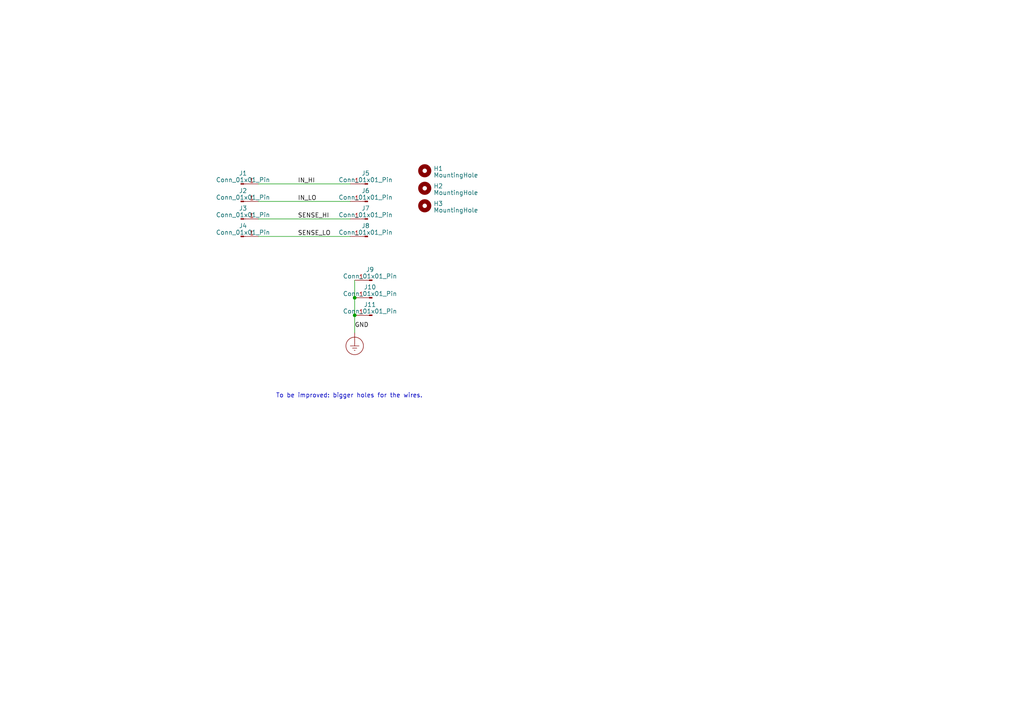
<source format=kicad_sch>
(kicad_sch (version 20230121) (generator eeschema)
  (paper "A4")
  (lib_symbols
    (symbol "Connector:Conn_01x01_Pin" (pin_names (offset 1.016) hide)
      (property "Reference" "J" (at 0 2.54 0))
      (property "Value" "Conn_01x01_Pin" (at 0 -2.54 0))
      (symbol "Conn_01x01_Pin_1_1"
        (polyline (pts (xy 1.27 0) (xy 0.8636 0)) (stroke (width 0.1524)))
        (rectangle (start 0.8636 0.127) (end 0 -0.127) (stroke (width 0.1524)) (fill (type outline)))
        (pin passive line (at 5.08 0 180) (length 3.81) (name "Pin_1") (number "1"))
      )
    )
    (symbol "Mechanical:MountingHole" (pin_names (offset 1.016))
      (property "Reference" "H" (at 0 5.08 0))
      (property "Value" "MountingHole" (at 0 3.175 0))
      (symbol "MountingHole_0_1"
        (circle (center 0 0) (radius 1.27) (stroke (width 1.27)))
      )
    )
    (symbol "power:Earth_Protective" (power) (pin_names (offset 0))
      (symbol "Earth_Protective_0_1"
        (circle (center 0 -3.81) (radius 2.54))
        (polyline (pts (xy -0.635 -4.445) (xy 0.635 -4.445)))
        (polyline (pts (xy -0.127 -5.08) (xy 0.127 -5.08)))
        (polyline (pts (xy 0 -3.81) (xy 0 0)))
        (polyline (pts (xy 1.27 -3.81) (xy -1.27 -3.81)))
      )
      (symbol "Earth_Protective_1_1"
        (pin power_in line (at 0 0 270) (length 0) hide (name "Earth_Protective") (number "1"))
      )
    )
  )
  (junction (at 102.87 91.44))
  (junction (at 102.87 86.36))
  (wire (pts (xy 74.93 53.34) (xy 101.6 53.34)))
  (wire (pts (xy 102.87 91.44) (xy 102.87 96.52)))
  (wire (pts (xy 74.93 63.5) (xy 101.6 63.5)))
  (wire (pts (xy 74.93 58.42) (xy 101.6 58.42)))
  (wire (pts (xy 74.93 68.58) (xy 101.6 68.58)))
  (wire (pts (xy 102.87 81.28) (xy 102.87 86.36)))
  (wire (pts (xy 102.87 86.36) (xy 102.87 91.44)))
  (text "To be improved: bigger holes for the wires." (at 80.01 115.57 0) (effects (font (size 1.27 1.27)) (justify left bottom)))
  (label "GND" (at 102.87 95.25 0))
  (label "IN_HI" (at 86.36 53.34 0))
  (label "SENSE_HI" (at 86.36 63.5 0))
  (label "IN_LO" (at 86.36 58.42 0))
  (label "SENSE_LO" (at 86.36 68.58 0))
  (symbol (lib_id "Connector:Conn_01x01_Pin") (at 106.68 58.42 180) (unit 1)
    (property "Reference" "J6" (at 106.045 55.3339 0))
    (property "Value" "Conn_01x01_Pin" (at 106.045 57.2549 0))
    (property "Footprint" "Connector_Wire:SolderWire-0.5sqmm_1x01_D0.9mm_OD2.3mm" (effects hide))
  )
  (symbol (lib_id "Mechanical:MountingHole") (at 123.19 49.53 0) (unit 1)
    (property "Reference" "H1" (at 125.73 48.8863 0) (effects (justify left)))
    (property "Value" "MountingHole" (at 125.73 50.8073 0) (effects (justify left)))
    (property "Footprint" "mylib:tiewrap_hole" (effects hide))
  )
  (symbol (lib_id "Connector:Conn_01x01_Pin") (at 106.68 68.58 180) (unit 1)
    (property "Reference" "J8" (at 106.045 65.4939 0))
    (property "Value" "Conn_01x01_Pin" (at 106.045 67.4149 0))
    (property "Footprint" "Connector_Wire:SolderWire-0.5sqmm_1x01_D0.9mm_OD2.3mm" (effects hide))
  )
  (symbol (lib_id "Connector:Conn_01x01_Pin") (at 107.95 91.44 180) (unit 1)
    (property "Reference" "J11" (at 107.315 88.3539 0))
    (property "Value" "Conn_01x01_Pin" (at 107.315 90.2749 0))
    (property "Footprint" "Connector_Wire:SolderWire-0.5sqmm_1x01_D0.9mm_OD2.3mm" (effects hide))
  )
  (symbol (lib_id "Connector:Conn_01x01_Pin") (at 69.85 53.34 0) (unit 1)
    (property "Reference" "J1" (at 70.485 50.2539 0))
    (property "Value" "Conn_01x01_Pin" (at 70.485 52.1749 0))
    (property "Footprint" "project_specific_libs:Banana_Jack_1Pin" (effects hide))
    (property "Datasheet" "https://www.mouser.fr/datasheet/2/159/d72918_002-1515063.pdf" (effects hide))
    (property "MFN" "pomona" (effects hide))
    (property "PN" "72918" (effects hide))
  )
  (symbol (lib_id "Mechanical:MountingHole") (at 123.19 54.61 0) (unit 1)
    (property "Reference" "H2" (at 125.73 53.9663 0) (effects (justify left)))
    (property "Value" "MountingHole" (at 125.73 55.8873 0) (effects (justify left)))
    (property "Footprint" "mylib:tiewrap_hole" (effects hide))
  )
  (symbol (lib_id "Connector:Conn_01x01_Pin") (at 106.68 53.34 180) (unit 1)
    (property "Reference" "J5" (at 106.045 50.2539 0))
    (property "Value" "Conn_01x01_Pin" (at 106.045 52.1749 0))
    (property "Footprint" "Connector_Wire:SolderWire-0.5sqmm_1x01_D0.9mm_OD2.3mm" (effects hide))
  )
  (symbol (lib_id "Connector:Conn_01x01_Pin") (at 69.85 68.58 0) (unit 1)
    (property "Reference" "J4" (at 70.485 65.4939 0))
    (property "Value" "Conn_01x01_Pin" (at 70.485 67.4149 0))
    (property "Footprint" "project_specific_libs:Banana_Jack_1Pin" (effects hide))
    (property "Datasheet" "https://www.mouser.fr/datasheet/2/159/d72918_002-1515063.pdf" (effects hide))
    (property "MFN" "pomona" (effects hide))
    (property "PN" "72918" (effects hide))
  )
  (symbol (lib_id "Connector:Conn_01x01_Pin") (at 69.85 58.42 0) (unit 1)
    (property "Reference" "J2" (at 70.485 55.3339 0))
    (property "Value" "Conn_01x01_Pin" (at 70.485 57.2549 0))
    (property "Footprint" "project_specific_libs:Banana_Jack_1Pin" (effects hide))
    (property "Datasheet" "https://www.mouser.fr/datasheet/2/159/d72918_002-1515063.pdf" (effects hide))
    (property "MFN" "pomona" (effects hide))
    (property "PN" "72918" (effects hide))
  )
  (symbol (lib_id "power:Earth_Protective") (at 102.87 96.52 0) (unit 1)
    (property "Reference" "#PWR01" (effects hide))
    (property "Value" "Earth_Protective" (effects hide))
  )
  (symbol (lib_id "Mechanical:MountingHole") (at 123.19 59.69 0) (unit 1)
    (property "Reference" "H3" (at 125.73 59.0463 0) (effects (justify left)))
    (property "Value" "MountingHole" (at 125.73 60.9673 0) (effects (justify left)))
    (property "Footprint" "mylib:tiewrap_hole" (effects hide))
  )
  (symbol (lib_id "Connector:Conn_01x01_Pin") (at 107.95 81.28 180) (unit 1)
    (property "Reference" "J9" (at 107.315 78.1939 0))
    (property "Value" "Conn_01x01_Pin" (at 107.315 80.1149 0))
    (property "Footprint" "Connector_Wire:SolderWire-0.5sqmm_1x01_D0.9mm_OD2.3mm" (effects hide))
  )
  (symbol (lib_id "Connector:Conn_01x01_Pin") (at 106.68 63.5 180) (unit 1)
    (property "Reference" "J7" (at 106.045 60.4139 0))
    (property "Value" "Conn_01x01_Pin" (at 106.045 62.3349 0))
    (property "Footprint" "Connector_Wire:SolderWire-0.5sqmm_1x01_D0.9mm_OD2.3mm" (effects hide))
  )
  (symbol (lib_id "Connector:Conn_01x01_Pin") (at 69.85 63.5 0) (unit 1)
    (property "Reference" "J3" (at 70.485 60.4139 0))
    (property "Value" "Conn_01x01_Pin" (at 70.485 62.3349 0))
    (property "Footprint" "project_specific_libs:Banana_Jack_1Pin" (effects hide))
    (property "Datasheet" "https://www.mouser.fr/datasheet/2/159/d72918_002-1515063.pdf" (effects hide))
    (property "MFN" "pomona" (effects hide))
    (property "PN" "72918" (effects hide))
  )
  (symbol (lib_id "Connector:Conn_01x01_Pin") (at 107.95 86.36 180) (unit 1)
    (property "Reference" "J10" (at 107.315 83.2739 0))
    (property "Value" "Conn_01x01_Pin" (at 107.315 85.1949 0))
    (property "Footprint" "Connector_Wire:SolderWire-0.5sqmm_1x01_D0.9mm_OD2.3mm" (effects hide))
  )
)
</source>
